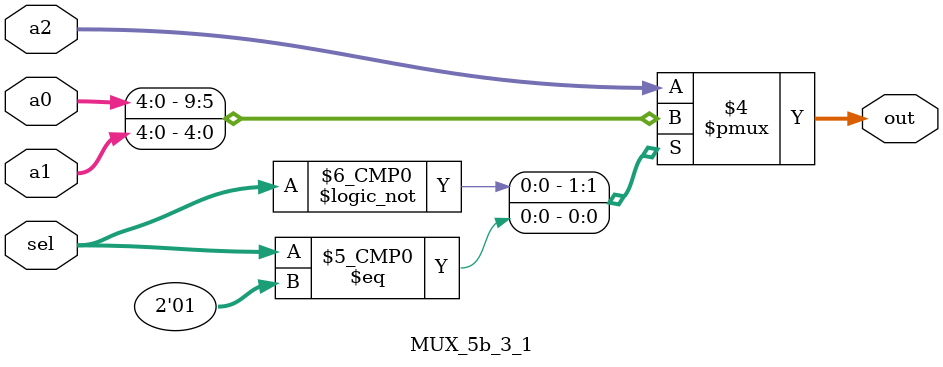
<source format=v>
`timescale 1ns / 1ps

module MUX_5b_3_1 (
    input [4:0] a0, 
    input [4:0] a1, 
    input [4:0] a2, 
    input [1:0] sel, 
    output reg [4:0] out
);

    always @(*) begin
        case (sel)
            2'b00 : out = a0;
            2'b01 : out = a1;
            2'b10 : out = a2;
            default : out = a2;
        endcase
    end
    
endmodule
</source>
